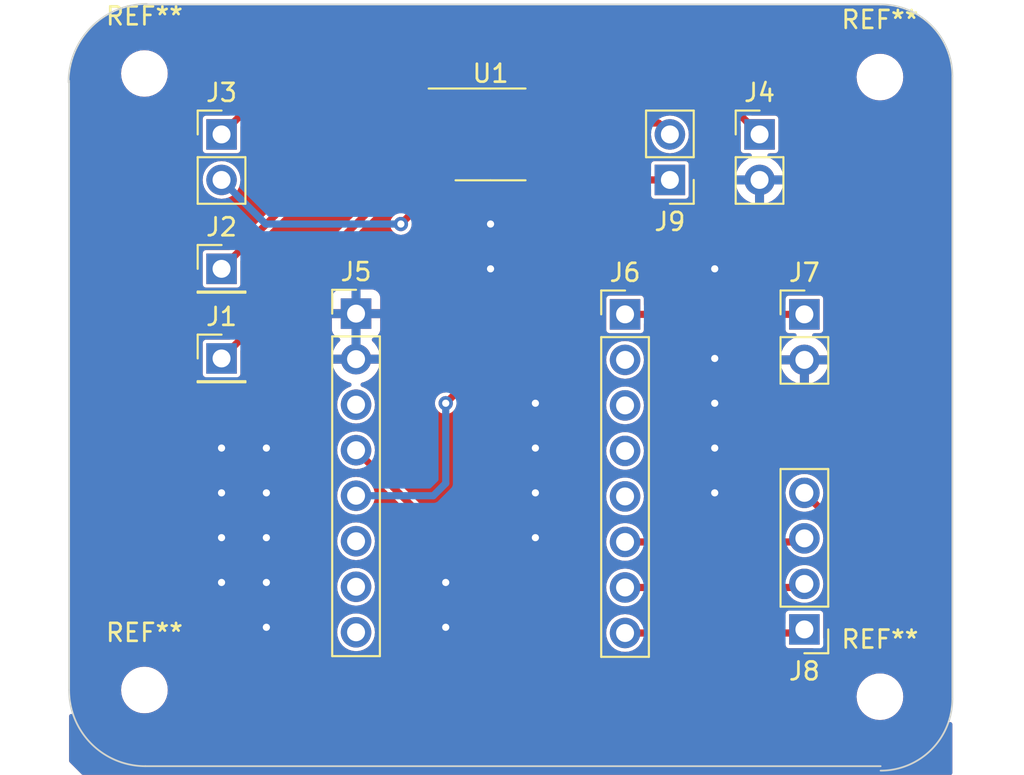
<source format=kicad_pcb>
(kicad_pcb (version 20221018) (generator pcbnew)
  (layers (0 "F.Cu" signal) (31 "B.Cu" signal) (34 "B.Paste" user) (35 "F.Paste" user) (36 "B.SilkS" user "B.Silkscreen") (37 "F.SilkS" user "F.Silkscreen") (38 "B.Mask" user) (39 "F.Mask" user) (44 "Edge.Cuts" user))
  (net 0 "")
  (net 1 "/analog_inp_low")
  (net 2 "/analog_inp_high")
  (net 3 "+3.3VA")
  (net 4 "GNDA")
  (net 5 "+3.3V")
  (net 6 "GNDD")
  (net 7 "/out_clock")
  (net 9 "/mult_data")
  (net 10 "/amp_data")
  (net 14 "+5VD")
  (net 19 "/ad_sel_A")
  (net 20 "/ad_sel_B")
  (net 21 "/ad_sel_C")
  (footprint "Connector_PinHeader_2.54mm:PinHeader_1x02_P2.54mm_Vertical" (layer "F.Cu") (at 62.5 22.5)
    (fp_text reference "J3" (at 0 -2.33) (layer "F.SilkS"))
    (fp_text value "Conn_01x02_Pin")
    (fp_line (start -1.33 -1.33) (end 0 -1.33) (stroke (width 0.12)) (layer "F.SilkS"))
    (fp_line (start -1.33 0) (end -1.33 -1.33) (stroke (width 0.12)) (layer "F.SilkS"))
    (fp_line (start -1.33 1.27) (end -1.33 3.87) (stroke (width 0.12)) (layer "F.SilkS"))
    (fp_line (start -1.33 1.27) (end 1.33 1.27) (stroke (width 0.12)) (layer "F.SilkS"))
    (fp_line (start -1.33 3.87) (end 1.33 3.87) (stroke (width 0.12)) (layer "F.SilkS"))
    (fp_line (start 1.33 1.27) (end 1.33 3.87) (stroke (width 0.12)) (layer "F.SilkS"))
    (pad "1" thru_hole rect (at 0 0) (size 1.7 1.7) (drill 1) (layers "*.Cu" "*.Mask") (net 3 "+3.3VA"))
    (pad "2" thru_hole oval (at 0 2.54) (size 1.7 1.7) (drill 1) (layers "*.Cu" "*.Mask") (net 4 "GNDA"))
  )
  (footprint "MountingHole:MountingHole_2.1mm" (layer "F.Cu") (at 99.2124 19.3)
    (fp_text reference "REF**" (at 0 -3.2) (layer "F.SilkS"))
    (fp_text value "MountingHole_2.1mm")
    (pad "" np_thru_hole circle (at 0 0) (size 2.1 2.1) (drill 2.1) (layers "*.Cu" "*.Mask"))
  )
  (footprint "Package_SO:SOP-8_3.9x4.9mm_P1.27mm" (layer "F.Cu") (at 77.5 22.5)
    (fp_text reference "U1" (at 0 -3.4) (layer "F.SilkS"))
    (fp_text value "~")
    (fp_line (start 0 -2.56) (end -3.45 -2.56) (stroke (width 0.12)) (layer "F.SilkS"))
    (fp_line (start 0 -2.56) (end 1.95 -2.56) (stroke (width 0.12)) (layer "F.SilkS"))
    (fp_line (start 0 2.56) (end -1.95 2.56) (stroke (width 0.12)) (layer "F.SilkS"))
    (fp_line (start 0 2.56) (end 1.95 2.56) (stroke (width 0.12)) (layer "F.SilkS"))
    (pad "1" smd roundrect (at -2.625 -1.905) (size 1.65 0.6) (layers "F.Cu" "F.Paste" "F.Mask") (net 3 "+3.3VA"))
    (pad "2" smd roundrect (at -2.625 -0.635) (size 1.65 0.6) (layers "F.Cu" "F.Paste" "F.Mask") (net 2 "/analog_inp_high"))
    (pad "3" smd roundrect (at -2.625 0.635) (size 1.65 0.6) (layers "F.Cu" "F.Paste" "F.Mask") (net 1 "/analog_inp_low"))
    (pad "4" smd roundrect (at -2.625 1.905) (size 1.65 0.6) (layers "F.Cu" "F.Paste" "F.Mask") (net 4 "GNDA"))
    (pad "5" smd roundrect (at 2.625 1.905) (size 1.65 0.6) (layers "F.Cu" "F.Paste" "F.Mask") (net 6 "GNDD"))
    (pad "6" smd roundrect (at 2.625 0.635) (size 1.65 0.6) (layers "F.Cu" "F.Paste" "F.Mask") (net 10 "/amp_data"))
    (pad "7" smd roundrect (at 2.625 -0.635) (size 1.65 0.6) (layers "F.Cu" "F.Paste" "F.Mask") (net 7 "/out_clock"))
    (pad "8" smd roundrect (at 2.625 -1.905) (size 1.65 0.6) (layers "F.Cu" "F.Paste" "F.Mask") (net 5 "+3.3V"))
  )
  (footprint "Connector_PinHeader_2.54mm:PinHeader_1x08_P2.54mm_Vertical" (layer "F.Cu") (at 85 32.54)
    (fp_text reference "J6" (at 0 -2.33) (layer "F.SilkS"))
    (fp_text value "Conn_01x08_Pin")
    (fp_line (start -1.33 -1.33) (end 0 -1.33) (stroke (width 0.12)) (layer "F.SilkS"))
    (fp_line (start -1.33 0) (end -1.33 -1.33) (stroke (width 0.12)) (layer "F.SilkS"))
    (fp_line (start -1.33 1.27) (end -1.33 19.11) (stroke (width 0.12)) (layer "F.SilkS"))
    (fp_line (start -1.33 1.27) (end 1.33 1.27) (stroke (width 0.12)) (layer "F.SilkS"))
    (fp_line (start -1.33 19.11) (end 1.33 19.11) (stroke (width 0.12)) (layer "F.SilkS"))
    (fp_line (start 1.33 1.27) (end 1.33 19.11) (stroke (width 0.12)) (layer "F.SilkS"))
    (pad "1" thru_hole rect (at 0 0) (size 1.7 1.7) (drill 1) (layers "*.Cu" "*.Mask") (net 14 "+5VD"))
    (pad "2" thru_hole oval (at 0 2.54) (size 1.7 1.7) (drill 1) (layers "*.Cu" "*.Mask"))
    (pad "3" thru_hole oval (at 0 5.08) (size 1.7 1.7) (drill 1) (layers "*.Cu" "*.Mask"))
    (pad "4" thru_hole oval (at 0 7.62) (size 1.7 1.7) (drill 1) (layers "*.Cu" "*.Mask"))
    (pad "5" thru_hole oval (at 0 10.16) (size 1.7 1.7) (drill 1) (layers "*.Cu" "*.Mask"))
    (pad "6" thru_hole oval (at 0 12.7) (size 1.7 1.7) (drill 1) (layers "*.Cu" "*.Mask") (net 19 "/ad_sel_A"))
    (pad "7" thru_hole oval (at 0 15.24) (size 1.7 1.7) (drill 1) (layers "*.Cu" "*.Mask") (net 20 "/ad_sel_B"))
    (pad "8" thru_hole oval (at 0 17.78) (size 1.7 1.7) (drill 1) (layers "*.Cu" "*.Mask") (net 21 "/ad_sel_C"))
  )
  (footprint "MountingHole:MountingHole_2.1mm" (layer "F.Cu") (at 58.2 19.1)
    (fp_text reference "REF**" (at 0 -3.2) (layer "F.SilkS"))
    (fp_text value "MountingHole_2.1mm")
    (pad "" np_thru_hole circle (at 0 0) (size 2.1 2.1) (drill 2.1) (layers "*.Cu" "*.Mask"))
  )
  (footprint "MountingHole:MountingHole_2.1mm" (layer "F.Cu") (at 99.2124 53.8734)
    (fp_text reference "REF**" (at 0 -3.2) (layer "F.SilkS"))
    (fp_text value "MountingHole_2.1mm")
    (pad "" np_thru_hole circle (at 0 0) (size 2.1 2.1) (drill 2.1) (layers "*.Cu" "*.Mask"))
  )
  (footprint "MountingHole:MountingHole_2.1mm" (layer "F.Cu") (at 58.2 53.5)
    (fp_text reference "REF**" (at 0 -3.2) (layer "F.SilkS"))
    (fp_text value "MountingHole_2.1mm")
    (pad "" np_thru_hole circle (at 0 0) (size 2.1 2.1) (drill 2.1) (layers "*.Cu" "*.Mask"))
  )
  (footprint "Connector_PinHeader_2.54mm:PinHeader_1x02_P2.54mm_Vertical" (layer "F.Cu") (at 87.5 25.04 180)
    (fp_text reference "J9" (at 0 -2.33) (layer "F.SilkS"))
    (fp_text value "Conn_01x02_Pin")
    (fp_line (start -1.33 -1.33) (end 0 -1.33) (stroke (width 0.12)) (layer "F.SilkS"))
    (fp_line (start -1.33 0) (end -1.33 -1.33) (stroke (width 0.12)) (layer "F.SilkS"))
    (fp_line (start -1.33 1.27) (end -1.33 3.87) (stroke (width 0.12)) (layer "F.SilkS"))
    (fp_line (start -1.33 1.27) (end 1.33 1.27) (stroke (width 0.12)) (layer "F.SilkS"))
    (fp_line (start -1.33 3.87) (end 1.33 3.87) (stroke (width 0.12)) (layer "F.SilkS"))
    (fp_line (start 1.33 1.27) (end 1.33 3.87) (stroke (width 0.12)) (layer "F.SilkS"))
    (pad "1" thru_hole rect (at 0 0 180) (size 1.7 1.7) (drill 1) (layers "*.Cu" "*.Mask") (net 10 "/amp_data"))
    (pad "2" thru_hole oval (at 0 2.54 180) (size 1.7 1.7) (drill 1) (layers "*.Cu" "*.Mask") (net 7 "/out_clock"))
  )
  (footprint "Connector_PinHeader_2.54mm:PinHeader_1x02_P2.54mm_Vertical" (layer "F.Cu") (at 92.5 22.5)
    (fp_text reference "J4" (at 0 -2.33) (layer "F.SilkS"))
    (fp_text value "Conn_01x02_Pin")
    (fp_line (start -1.33 -1.33) (end 0 -1.33) (stroke (width 0.12)) (layer "F.SilkS"))
    (fp_line (start -1.33 0) (end -1.33 -1.33) (stroke (width 0.12)) (layer "F.SilkS"))
    (fp_line (start -1.33 1.27) (end -1.33 3.87) (stroke (width 0.12)) (layer "F.SilkS"))
    (fp_line (start -1.33 1.27) (end 1.33 1.27) (stroke (width 0.12)) (layer "F.SilkS"))
    (fp_line (start -1.33 3.87) (end 1.33 3.87) (stroke (width 0.12)) (layer "F.SilkS"))
    (fp_line (start 1.33 1.27) (end 1.33 3.87) (stroke (width 0.12)) (layer "F.SilkS"))
    (pad "1" thru_hole rect (at 0 0) (size 1.7 1.7) (drill 1) (layers "*.Cu" "*.Mask") (net 5 "+3.3V"))
    (pad "2" thru_hole oval (at 0 2.54) (size 1.7 1.7) (drill 1) (layers "*.Cu" "*.Mask") (net 6 "GNDD"))
  )
  (footprint "Connector_PinHeader_2.54mm:PinHeader_1x02_P2.54mm_Vertical" (layer "F.Cu") (at 95 32.54)
    (fp_text reference "J7" (at 0 -2.33) (layer "F.SilkS"))
    (fp_text value "Conn_01x02_Pin")
    (fp_line (start -1.33 -1.33) (end 0 -1.33) (stroke (width 0.12)) (layer "F.SilkS"))
    (fp_line (start -1.33 0) (end -1.33 -1.33) (stroke (width 0.12)) (layer "F.SilkS"))
    (fp_line (start -1.33 1.27) (end -1.33 3.87) (stroke (width 0.12)) (layer "F.SilkS"))
    (fp_line (start -1.33 1.27) (end 1.33 1.27) (stroke (width 0.12)) (layer "F.SilkS"))
    (fp_line (start -1.33 3.87) (end 1.33 3.87) (stroke (width 0.12)) (layer "F.SilkS"))
    (fp_line (start 1.33 1.27) (end 1.33 3.87) (stroke (width 0.12)) (layer "F.SilkS"))
    (pad "1" thru_hole rect (at 0 0) (size 1.7 1.7) (drill 1) (layers "*.Cu" "*.Mask") (net 14 "+5VD"))
    (pad "2" thru_hole oval (at 0 2.54) (size 1.7 1.7) (drill 1) (layers "*.Cu" "*.Mask") (net 6 "GNDD"))
  )
  (footprint "Connector_PinHeader_2.54mm:PinHeader_1x04_P2.54mm_Vertical" (layer "F.Cu") (at 95 50.12 180)
    (fp_text reference "J8" (at 0 -2.33) (layer "F.SilkS"))
    (fp_text value "Conn_01x04_Pin")
    (fp_line (start -1.33 -1.33) (end 0 -1.33) (stroke (width 0.12)) (layer "F.SilkS"))
    (fp_line (start -1.33 0) (end -1.33 -1.33) (stroke (width 0.12)) (layer "F.SilkS"))
    (fp_line (start -1.33 1.27) (end -1.33 8.95) (stroke (width 0.12)) (layer "F.SilkS"))
    (fp_line (start -1.33 1.27) (end 1.33 1.27) (stroke (width 0.12)) (layer "F.SilkS"))
    (fp_line (start -1.33 8.95) (end 1.33 8.95) (stroke (width 0.12)) (layer "F.SilkS"))
    (fp_line (start 1.33 1.27) (end 1.33 8.95) (stroke (width 0.12)) (layer "F.SilkS"))
    (pad "1" thru_hole rect (at 0 0 180) (size 1.7 1.7) (drill 1) (layers "*.Cu" "*.Mask") (net 21 "/ad_sel_C"))
    (pad "2" thru_hole oval (at 0 2.54 180) (size 1.7 1.7) (drill 1) (layers "*.Cu" "*.Mask") (net 20 "/ad_sel_B"))
    (pad "3" thru_hole oval (at 0 5.08 180) (size 1.7 1.7) (drill 1) (layers "*.Cu" "*.Mask") (net 19 "/ad_sel_A"))
    (pad "4" thru_hole oval (at 0 7.62 180) (size 1.7 1.7) (drill 1) (layers "*.Cu" "*.Mask") (net 9 "/mult_data"))
  )
  (footprint "Connector_PinHeader_2.54mm:PinHeader_1x01_P2.54mm_Vertical" (layer "F.Cu") (at 62.5 35)
    (fp_text reference "J1" (at 0 -2.33) (layer "F.SilkS"))
    (fp_text value "Conn_01x01_Pin")
    (fp_line (start -1.33 -1.33) (end 0 -1.33) (stroke (width 0.12)) (layer "F.SilkS"))
    (fp_line (start -1.33 0) (end -1.33 -1.33) (stroke (width 0.12)) (layer "F.SilkS"))
    (fp_line (start -1.33 1.27) (end -1.33 1.33) (stroke (width 0.12)) (layer "F.SilkS"))
    (fp_line (start -1.33 1.27) (end 1.33 1.27) (stroke (width 0.12)) (layer "F.SilkS"))
    (fp_line (start -1.33 1.33) (end 1.33 1.33) (stroke (width 0.12)) (layer "F.SilkS"))
    (fp_line (start 1.33 1.27) (end 1.33 1.33) (stroke (width 0.12)) (layer "F.SilkS"))
    (pad "1" thru_hole rect (at 0 0) (size 1.7 1.7) (drill 1) (layers "*.Cu" "*.Mask") (net 1 "/analog_inp_low"))
  )
  (footprint "Connector_PinHeader_2.54mm:PinHeader_1x08_P2.54mm_Vertical" (layer "F.Cu") (at 70 32.5)
    (fp_text reference "J5" (at 0 -2.33) (layer "F.SilkS"))
    (fp_text value "Conn_01x08_Pin")
    (fp_line (start -1.33 -1.33) (end 0 -1.33) (stroke (width 0.12)) (layer "F.SilkS"))
    (fp_line (start -1.33 0) (end -1.33 -1.33) (stroke (width 0.12)) (layer "F.SilkS"))
    (fp_line (start -1.33 1.27) (end -1.33 19.11) (stroke (width 0.12)) (layer "F.SilkS"))
    (fp_line (start -1.33 1.27) (end 1.33 1.27) (stroke (width 0.12)) (layer "F.SilkS"))
    (fp_line (start -1.33 19.11) (end 1.33 19.11) (stroke (width 0.12)) (layer "F.SilkS"))
    (fp_line (start 1.33 1.27) (end 1.33 19.11) (stroke (width 0.12)) (layer "F.SilkS"))
    (pad "1" thru_hole rect (at 0 0) (size 1.7 1.7) (drill 1) (layers "*.Cu" "*.Mask") (net 6 "GNDD"))
    (pad "2" thru_hole oval (at 0 2.54) (size 1.7 1.7) (drill 1) (layers "*.Cu" "*.Mask") (net 6 "GNDD"))
    (pad "3" thru_hole oval (at 0 5.08) (size 1.7 1.7) (drill 1) (layers "*.Cu" "*.Mask"))
    (pad "4" thru_hole oval (at 0 7.62) (size 1.7 1.7) (drill 1) (layers "*.Cu" "*.Mask") (net 9 "/mult_data"))
    (pad "5" thru_hole oval (at 0 10.16) (size 1.7 1.7) (drill 1) (layers "*.Cu" "*.Mask") (net 10 "/amp_data"))
    (pad "6" thru_hole oval (at 0 12.7) (size 1.7 1.7) (drill 1) (layers "*.Cu" "*.Mask"))
    (pad "7" thru_hole oval (at 0 15.24) (size 1.7 1.7) (drill 1) (layers "*.Cu" "*.Mask"))
    (pad "8" thru_hole oval (at 0 17.78) (size 1.7 1.7) (drill 1) (layers "*.Cu" "*.Mask"))
  )
  (footprint "Connector_PinHeader_2.54mm:PinHeader_1x01_P2.54mm_Vertical" (layer "F.Cu") (at 62.5 30)
    (fp_text reference "J2" (at 0 -2.33) (layer "F.SilkS"))
    (fp_text value "Conn_01x01_Pin")
    (fp_line (start -1.33 -1.33) (end 0 -1.33) (stroke (width 0.12)) (layer "F.SilkS"))
    (fp_line (start -1.33 0) (end -1.33 -1.33) (stroke (width 0.12)) (layer "F.SilkS"))
    (fp_line (start -1.33 1.27) (end -1.33 1.33) (stroke (width 0.12)) (layer "F.SilkS"))
    (fp_line (start -1.33 1.27) (end 1.33 1.27) (stroke (width 0.12)) (layer "F.SilkS"))
    (fp_line (start -1.33 1.33) (end 1.33 1.33) (stroke (width 0.12)) (layer "F.SilkS"))
    (fp_line (start 1.33 1.27) (end 1.33 1.33) (stroke (width 0.12)) (layer "F.SilkS"))
    (pad "1" thru_hole rect (at 0 0) (size 1.7 1.7) (drill 1) (layers "*.Cu" "*.Mask") (net 2 "/analog_inp_high"))
  )
  (gr_line (start 99.25 15.248445) (end 58.25 15.248445) (stroke (width 0.1)) (layer "Edge.Cuts"))
  (gr_line (start 103.25 54) (end 103.25 19.25) (stroke (width 0.1)) (layer "Edge.Cuts"))
  (gr_arc (start 53.970424 19.589171) (mid 55.25 16.5) (end 58.339171 15.220424) (stroke (width 0.1)) (layer "Edge.Cuts"))
  (gr_line (start 58.25 57.75) (end 99.25 57.75) (stroke (width 0.1)) (layer "Edge.Cuts"))
  (gr_arc (start 58.25 57.75) (mid 55.244796 56.505204) (end 54 53.5) (stroke (width 0.1)) (layer "Edge.Cuts"))
  (gr_arc (start 99.25 15.248445) (mid 102.079527 16.420473) (end 103.251555 19.25) (stroke (width 0.1)) (layer "Edge.Cuts"))
  (gr_arc (start 103.25 54) (mid 102.078427 56.828427) (end 99.25 58) (stroke (width 0.1)) (layer "Edge.Cuts"))
  (gr_line (start 54 19.5) (end 54 53.5) (stroke (width 0.1)) (layer "Edge.Cuts"))
  (segment (start 74.365 23.135) (end 62.5 35) (width 0.4) (layer "F.Cu") (net 1))
  (segment (start 74.875 23.135) (end 74.365 23.135) (width 0.4) (layer "F.Cu") (net 1))
  (segment (start 74.875 21.865) (end 70.635 21.865) (width 0.4) (layer "F.Cu") (net 2))
  (segment (start 70.635 21.865) (end 62.5 30) (width 0.4) (layer "F.Cu") (net 2))
  (segment (start 64.405 20.595) (end 62.5 22.5) (width 0.4) (layer "F.Cu") (net 3))
  (segment (start 74.875 20.595) (end 64.405 20.595) (width 0.4) (layer "F.Cu") (net 3))
  (segment (start 74.875 24.405) (end 74.875 25.125) (width 0.4) (layer "F.Cu") (net 4))
  (segment (start 74.875 25.125) (end 72.5 27.5) (width 0.4) (layer "F.Cu") (net 4))
  (via (at 72.5 27.5) (size 0.8) (drill 0.4) (layers "F.Cu" "B.Cu") (net 4))
  (segment (start 72.5 27.5) (end 64.96 27.5) (width 0.4) (layer "B.Cu") (net 4))
  (segment (start 64.96 27.5) (end 62.5 25.04) (width 0.4) (layer "B.Cu") (net 4))
  (segment (start 80.125 20.595) (end 90.595 20.595) (width 0.4) (layer "F.Cu") (net 5))
  (segment (start 90.595 20.595) (end 92.5 22.5) (width 0.4) (layer "F.Cu") (net 5))
  (via (at 62.5 42.5) (size 0.8) (drill 0.4) (layers "F.Cu" "B.Cu") (net 6))
  (via (at 90 37.5) (size 0.8) (drill 0.4) (layers "F.Cu" "B.Cu") (net 6))
  (via (at 75 50) (size 0.8) (drill 0.4) (layers "F.Cu" "B.Cu") (net 6))
  (via (at 80 45) (size 0.8) (drill 0.4) (layers "F.Cu" "B.Cu") (net 6))
  (via (at 62.5 45) (size 0.8) (drill 0.4) (layers "F.Cu" "B.Cu") (net 6))
  (via (at 90 40) (size 0.8) (drill 0.4) (layers "F.Cu" "B.Cu") (net 6))
  (via (at 65 50) (size 0.8) (drill 0.4) (layers "F.Cu" "B.Cu") (net 6))
  (via (at 62.5 40) (size 0.8) (drill 0.4) (layers "F.Cu" "B.Cu") (net 6))
  (via (at 65 47.5) (size 0.8) (drill 0.4) (layers "F.Cu" "B.Cu") (net 6))
  (via (at 65 40) (size 0.8) (drill 0.4) (layers "F.Cu" "B.Cu") (net 6))
  (via (at 80 37.5) (size 0.8) (drill 0.4) (layers "F.Cu" "B.Cu") (net 6))
  (via (at 90 42.5) (size 0.8) (drill 0.4) (layers "F.Cu" "B.Cu") (net 6))
  (via (at 77.5 30) (size 0.8) (drill 0.4) (layers "F.Cu" "B.Cu") (net 6))
  (via (at 90 35) (size 0.8) (drill 0.4) (layers "F.Cu" "B.Cu") (net 6))
  (via (at 77.5 27.5) (size 0.8) (drill 0.4) (layers "F.Cu" "B.Cu") (net 6))
  (via (at 65 42.5) (size 0.8) (drill 0.4) (layers "F.Cu" "B.Cu") (net 6))
  (via (at 75 47.5) (size 0.8) (drill 0.4) (layers "F.Cu" "B.Cu") (net 6))
  (via (at 80 40) (size 0.8) (drill 0.4) (layers "F.Cu" "B.Cu") (net 6))
  (via (at 62.5 47.5) (size 0.8) (drill 0.4) (layers "F.Cu" "B.Cu") (net 6))
  (via (at 90 30) (size 0.8) (drill 0.4) (layers "F.Cu" "B.Cu") (net 6))
  (via (at 65 45) (size 0.8) (drill 0.4) (layers "F.Cu" "B.Cu") (net 6))
  (via (at 80 42.5) (size 0.8) (drill 0.4) (layers "F.Cu" "B.Cu") (net 6))
  (segment (start 80.125 21.865) (end 86.865 21.865) (width 0.4) (layer "F.Cu") (net 7))
  (segment (start 86.865 21.865) (end 87.5 22.5) (width 0.4) (layer "F.Cu") (net 7))
  (segment (start 95 52.5) (end 97.5 50) (width 0.4) (layer "F.Cu") (net 9))
  (segment (start 82.38 52.5) (end 95 52.5) (width 0.4) (layer "F.Cu") (net 9))
  (segment (start 70 40.12) (end 82.38 52.5) (width 0.4) (layer "F.Cu") (net 9))
  (segment (start 97.5 50) (end 97.5 45) (width 0.4) (layer "F.Cu") (net 9))
  (segment (start 97.5 45) (end 95 42.5) (width 0.4) (layer "F.Cu") (net 9))
  (segment (start 83.77 25.04) (end 83.77 28.73) (width 0.4) (layer "F.Cu") (net 10))
  (segment (start 80.125 23.135) (end 81.865 23.135) (width 0.4) (layer "F.Cu") (net 10))
  (segment (start 81.865 23.135) (end 83.77 25.04) (width 0.4) (layer "F.Cu") (net 10))
  (segment (start 83.77 28.73) (end 75 37.5) (width 0.4) (layer "F.Cu") (net 10))
  (segment (start 83.77 25.04) (end 87.5 25.04) (width 0.4) (layer "F.Cu") (net 10))
  (via (at 75 37.5) (size 0.8) (drill 0.4) (layers "F.Cu" "B.Cu") (net 10))
  (segment (start 75 37.5) (end 75 41.967767) (width 0.4) (layer "B.Cu") (net 10))
  (segment (start 74.307767 42.66) (end 70 42.66) (width 0.4) (layer "B.Cu") (net 10))
  (segment (start 75 41.967767) (end 74.307767 42.66) (width 0.4) (layer "B.Cu") (net 10))
  (segment (start 85 32.54) (end 95 32.54) (width 0.4) (layer "F.Cu") (net 14))
  (segment (start 94.8 45.24) (end 95 45.04) (width 0.4) (layer "F.Cu") (net 19))
  (segment (start 85 45.24) (end 94.8 45.24) (width 0.4) (layer "F.Cu") (net 19))
  (segment (start 94.8 47.78) (end 95 47.58) (width 0.4) (layer "F.Cu") (net 20))
  (segment (start 85 47.78) (end 94.8 47.78) (width 0.4) (layer "F.Cu") (net 20))
  (segment (start 85 50.32) (end 94.8 50.32) (width 0.4) (layer "F.Cu") (net 21))
  (segment (start 94.8 50.32) (end 95 50.12) (width 0.4) (layer "F.Cu") (net 21))
  (zone (net 6) (net_name "GNDD") (layer "F.Cu") (connect_pads (clearance 0)) (min_thickness 0.25) (fill yes (thermal_gap 0.5) (thermal_bridge_width 0.5))
    (polygon (pts (xy 103.25 58.25) (xy 54.75 58.25) (xy 54 57.5) (xy 54 15) (xy 102.5 15) (xy 103.25 15.75)))
  )
  (zone (net 6) (net_name "GNDD") (layer "B.Cu") (priority 1) (connect_pads (clearance 0)) (min_thickness 0.25) (fill yes (thermal_gap 0.5) (thermal_bridge_width 0.5))
    (polygon (pts (xy 54 15) (xy 54 57.5) (xy 54.75 58.25) (xy 103.25 58.25) (xy 103.25 15.75) (xy 102.5 15)))
  )
)
</source>
